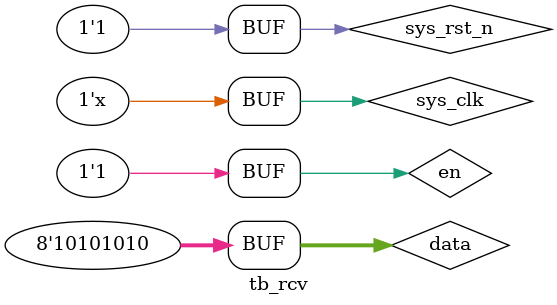
<source format=v>
`timescale 1ns / 1ps


module tb_rcv(

    );
    //ÊäÈë
reg sys_clk;
reg sys_rst_n;
reg en;
//Êä³ö
reg [7:0] data;

wire data1;

wire busy;
//ÐÅºÅ³õÊ¼»¯
initial begin
    sys_clk = 1'b0;
    sys_rst_n = 1'b1;
    en = 1'b0;
    data = 8'd0;
    #200
    sys_rst_n = 1'b0;
    #200
    sys_rst_n = 1'b1;
    #200
    data = 8'b10101010;
    #200
    en = 1'b1;
end
//Éú³ÉÊ±ÖÓ
always #1 sys_clk = ~sys_clk ;

uart_send  u_uart_send(
    .clk            (sys_clk),
    .sys_rst_n      (sys_rst_n),
    .uart_en        (en),
    .uart_din       (data),
    .uart_tx_busy   (busy),
    .uart_txd       (data1)
);
endmodule

</source>
